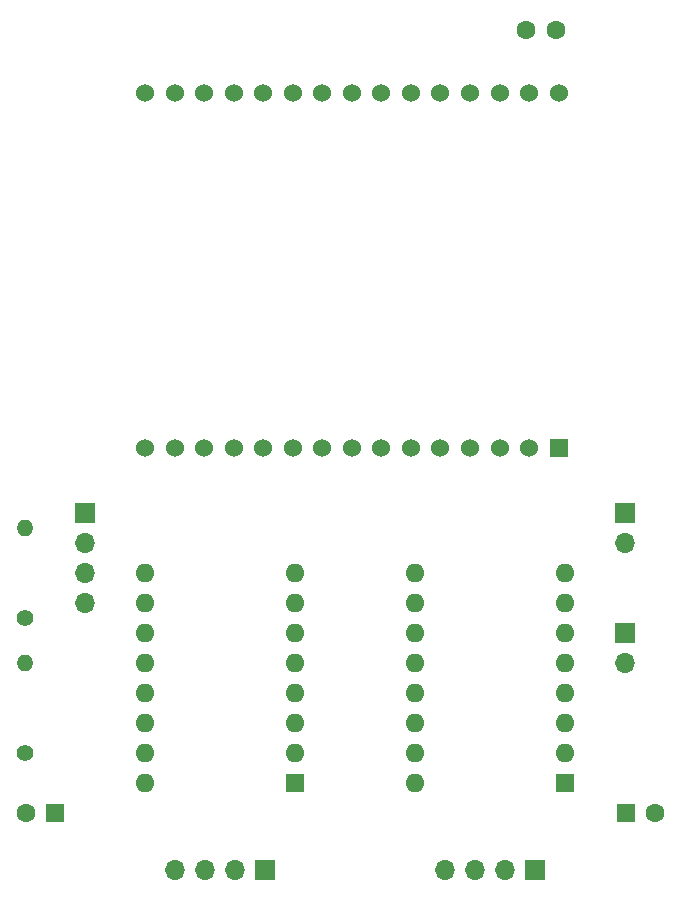
<source format=gbr>
%TF.GenerationSoftware,KiCad,Pcbnew,8.0.6*%
%TF.CreationDate,2024-11-14T00:00:25+01:00*%
%TF.ProjectId,CameraSlider,43616d65-7261-4536-9c69-6465722e6b69,rev?*%
%TF.SameCoordinates,Original*%
%TF.FileFunction,Soldermask,Bot*%
%TF.FilePolarity,Negative*%
%FSLAX46Y46*%
G04 Gerber Fmt 4.6, Leading zero omitted, Abs format (unit mm)*
G04 Created by KiCad (PCBNEW 8.0.6) date 2024-11-14 00:00:25*
%MOMM*%
%LPD*%
G01*
G04 APERTURE LIST*
%ADD10O,1.400000X1.400000*%
%ADD11C,1.400000*%
%ADD12O,1.700000X1.700000*%
%ADD13R,1.700000X1.700000*%
%ADD14C,1.600000*%
%ADD15R,1.600000X1.600000*%
%ADD16R,1.524000X1.524000*%
%ADD17C,1.524000*%
%ADD18O,1.600000X1.600000*%
G04 APERTURE END LIST*
D10*
%TO.C,R2*%
X137940000Y-106920000D03*
D11*
X137940000Y-114540000D03*
%TD*%
D10*
%TO.C,R1*%
X137940000Y-95490000D03*
D11*
X137940000Y-103110000D03*
%TD*%
D12*
%TO.C,J7*%
X188740000Y-96760000D03*
D13*
X188740000Y-94220000D03*
%TD*%
D12*
%TO.C,J4*%
X143020000Y-101840000D03*
X143020000Y-99300000D03*
X143020000Y-96760000D03*
D13*
X143020000Y-94220000D03*
%TD*%
D12*
%TO.C,J1*%
X188740000Y-106920000D03*
D13*
X188740000Y-104380000D03*
%TD*%
D14*
%TO.C,C3*%
X137980000Y-119620000D03*
D15*
X140480000Y-119620000D03*
%TD*%
D14*
%TO.C,C2*%
X191280000Y-119620000D03*
D15*
X188780000Y-119620000D03*
%TD*%
D14*
%TO.C,C1*%
X180380000Y-53340000D03*
X182880000Y-53340000D03*
%TD*%
D16*
%TO.C,U1*%
X183100000Y-88660000D03*
D17*
X180600000Y-88660000D03*
X178100000Y-88660000D03*
X175600000Y-88660000D03*
X173100000Y-88660000D03*
X170600000Y-88660000D03*
X168100000Y-88660000D03*
X165600000Y-88660000D03*
X163100000Y-88660000D03*
X160600000Y-88660000D03*
X158100000Y-88660000D03*
X155600000Y-88660000D03*
X153100000Y-88660000D03*
X150600000Y-88660000D03*
X148100000Y-88660000D03*
X148100000Y-58660000D03*
X150600000Y-58660000D03*
X153100000Y-58660000D03*
X155600000Y-58660000D03*
X158100000Y-58660000D03*
X160600000Y-58660000D03*
X163100000Y-58660000D03*
X165600000Y-58660000D03*
X168100000Y-58660000D03*
X170600000Y-58660000D03*
X173100000Y-58660000D03*
X175600000Y-58660000D03*
X178100000Y-58660000D03*
X180600000Y-58660000D03*
X183100000Y-58660000D03*
%TD*%
D13*
%TO.C,J3*%
X181120000Y-124460000D03*
D12*
X178580000Y-124460000D03*
X176040000Y-124460000D03*
X173500000Y-124460000D03*
%TD*%
D13*
%TO.C,J2*%
X158260000Y-124460000D03*
D12*
X155720000Y-124460000D03*
X153180000Y-124460000D03*
X150640000Y-124460000D03*
%TD*%
D15*
%TO.C,A2*%
X183660000Y-117080000D03*
D18*
X183660000Y-114540000D03*
X183660000Y-112000000D03*
X183660000Y-109460000D03*
X183660000Y-106920000D03*
X183660000Y-104380000D03*
X183660000Y-101840000D03*
X183660000Y-99300000D03*
X170960000Y-99300000D03*
X170960000Y-101840000D03*
X170960000Y-104380000D03*
X170960000Y-106920000D03*
X170960000Y-109460000D03*
X170960000Y-112000000D03*
X170960000Y-114540000D03*
X170960000Y-117080000D03*
%TD*%
D15*
%TO.C,A1*%
X160800000Y-117080000D03*
D18*
X160800000Y-114540000D03*
X160800000Y-112000000D03*
X160800000Y-109460000D03*
X160800000Y-106920000D03*
X160800000Y-104380000D03*
X160800000Y-101840000D03*
X160800000Y-99300000D03*
X148100000Y-99300000D03*
X148100000Y-101840000D03*
X148100000Y-104380000D03*
X148100000Y-106920000D03*
X148100000Y-109460000D03*
X148100000Y-112000000D03*
X148100000Y-114540000D03*
X148100000Y-117080000D03*
%TD*%
M02*

</source>
